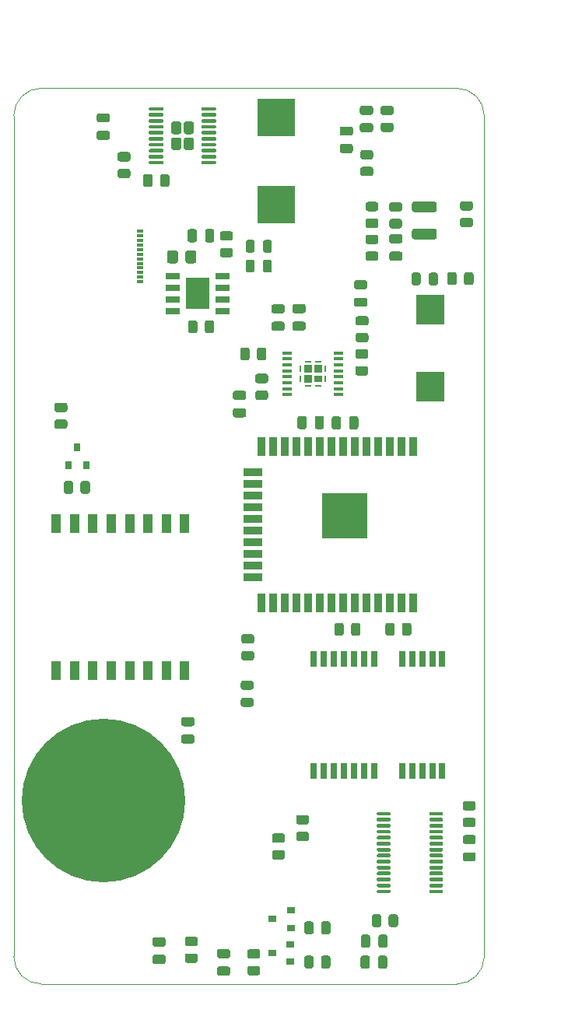
<source format=gbr>
%TF.GenerationSoftware,KiCad,Pcbnew,(5.1.10)-1*%
%TF.CreationDate,2021-09-02T16:56:43-04:00*%
%TF.ProjectId,buoy-c,62756f79-2d63-42e6-9b69-6361645f7063,1.0*%
%TF.SameCoordinates,Original*%
%TF.FileFunction,Paste,Top*%
%TF.FilePolarity,Positive*%
%FSLAX46Y46*%
G04 Gerber Fmt 4.6, Leading zero omitted, Abs format (unit mm)*
G04 Created by KiCad (PCBNEW (5.1.10)-1) date 2021-09-02 16:56:43*
%MOMM*%
%LPD*%
G01*
G04 APERTURE LIST*
%TA.AperFunction,Profile*%
%ADD10C,0.050000*%
%TD*%
%ADD11C,17.800000*%
%ADD12R,0.800000X1.800000*%
%ADD13R,4.100000X4.100000*%
%ADD14R,3.050000X3.300000*%
%ADD15R,0.700000X0.350000*%
%ADD16R,0.900000X2.000000*%
%ADD17R,2.000000X0.900000*%
%ADD18R,5.000000X5.000000*%
%ADD19R,0.800000X0.900000*%
%ADD20R,0.900000X0.800000*%
%ADD21R,2.513000X3.402000*%
%ADD22R,1.525000X0.700000*%
%ADD23R,1.050000X0.450000*%
%ADD24R,0.850000X0.850000*%
%ADD25R,0.850000X0.800000*%
%ADD26R,0.800000X0.250000*%
%ADD27R,0.250000X0.800000*%
%ADD28R,1.000000X2.000000*%
G04 APERTURE END LIST*
D10*
X151750000Y-194500000D02*
G75*
G02*
X148750000Y-197500000I-3000000J0D01*
G01*
X148750000Y-100000000D02*
G75*
G02*
X151750000Y-103000000I0J-3000000D01*
G01*
X103550000Y-197500000D02*
G75*
G02*
X100550000Y-194500000I0J3000000D01*
G01*
X100550000Y-103000000D02*
G75*
G02*
X103550000Y-100000000I3000000J0D01*
G01*
X103550000Y-197500000D02*
X148750000Y-197500000D01*
X103550000Y-100000000D02*
X148750000Y-100000000D01*
X151750000Y-103000000D02*
X151750000Y-194500000D01*
X100550000Y-103000000D02*
X100550000Y-194500000D01*
%TO.C,C14*%
G36*
G01*
X128828780Y-123510380D02*
X129778780Y-123510380D01*
G75*
G02*
X130028780Y-123760380I0J-250000D01*
G01*
X130028780Y-124260380D01*
G75*
G02*
X129778780Y-124510380I-250000J0D01*
G01*
X128828780Y-124510380D01*
G75*
G02*
X128578780Y-124260380I0J250000D01*
G01*
X128578780Y-123760380D01*
G75*
G02*
X128828780Y-123510380I250000J0D01*
G01*
G37*
G36*
G01*
X128828780Y-125410380D02*
X129778780Y-125410380D01*
G75*
G02*
X130028780Y-125660380I0J-250000D01*
G01*
X130028780Y-126160380D01*
G75*
G02*
X129778780Y-126410380I-250000J0D01*
G01*
X128828780Y-126410380D01*
G75*
G02*
X128578780Y-126160380I0J250000D01*
G01*
X128578780Y-125660380D01*
G75*
G02*
X128828780Y-125410380I250000J0D01*
G01*
G37*
%TD*%
D11*
%TO.C,J2*%
X110322360Y-177492660D03*
%TD*%
%TO.C,R33*%
G36*
G01*
X141625741Y-102939900D02*
X140725739Y-102939900D01*
G75*
G02*
X140475740Y-102689901I0J249999D01*
G01*
X140475740Y-102164899D01*
G75*
G02*
X140725739Y-101914900I249999J0D01*
G01*
X141625741Y-101914900D01*
G75*
G02*
X141875740Y-102164899I0J-249999D01*
G01*
X141875740Y-102689901D01*
G75*
G02*
X141625741Y-102939900I-249999J0D01*
G01*
G37*
G36*
G01*
X141625741Y-104764900D02*
X140725739Y-104764900D01*
G75*
G02*
X140475740Y-104514901I0J249999D01*
G01*
X140475740Y-103989899D01*
G75*
G02*
X140725739Y-103739900I249999J0D01*
G01*
X141625741Y-103739900D01*
G75*
G02*
X141875740Y-103989899I0J-249999D01*
G01*
X141875740Y-104514901D01*
G75*
G02*
X141625741Y-104764900I-249999J0D01*
G01*
G37*
%TD*%
%TO.C,R32*%
G36*
G01*
X149356659Y-114115800D02*
X150256661Y-114115800D01*
G75*
G02*
X150506660Y-114365799I0J-249999D01*
G01*
X150506660Y-114890801D01*
G75*
G02*
X150256661Y-115140800I-249999J0D01*
G01*
X149356659Y-115140800D01*
G75*
G02*
X149106660Y-114890801I0J249999D01*
G01*
X149106660Y-114365799D01*
G75*
G02*
X149356659Y-114115800I249999J0D01*
G01*
G37*
G36*
G01*
X149356659Y-112290800D02*
X150256661Y-112290800D01*
G75*
G02*
X150506660Y-112540799I0J-249999D01*
G01*
X150506660Y-113065801D01*
G75*
G02*
X150256661Y-113315800I-249999J0D01*
G01*
X149356659Y-113315800D01*
G75*
G02*
X149106660Y-113065801I0J249999D01*
G01*
X149106660Y-112540799D01*
G75*
G02*
X149356659Y-112290800I249999J0D01*
G01*
G37*
%TD*%
%TO.C,R34*%
G36*
G01*
X125560119Y-161250020D02*
X126460121Y-161250020D01*
G75*
G02*
X126710120Y-161500019I0J-249999D01*
G01*
X126710120Y-162025021D01*
G75*
G02*
X126460121Y-162275020I-249999J0D01*
G01*
X125560119Y-162275020D01*
G75*
G02*
X125310120Y-162025021I0J249999D01*
G01*
X125310120Y-161500019D01*
G75*
G02*
X125560119Y-161250020I249999J0D01*
G01*
G37*
G36*
G01*
X125560119Y-159425020D02*
X126460121Y-159425020D01*
G75*
G02*
X126710120Y-159675019I0J-249999D01*
G01*
X126710120Y-160200021D01*
G75*
G02*
X126460121Y-160450020I-249999J0D01*
G01*
X125560119Y-160450020D01*
G75*
G02*
X125310120Y-160200021I0J249999D01*
G01*
X125310120Y-159675019D01*
G75*
G02*
X125560119Y-159425020I249999J0D01*
G01*
G37*
%TD*%
%TO.C,D8*%
G36*
G01*
X126404690Y-165462800D02*
X125492190Y-165462800D01*
G75*
G02*
X125248440Y-165219050I0J243750D01*
G01*
X125248440Y-164731550D01*
G75*
G02*
X125492190Y-164487800I243750J0D01*
G01*
X126404690Y-164487800D01*
G75*
G02*
X126648440Y-164731550I0J-243750D01*
G01*
X126648440Y-165219050D01*
G75*
G02*
X126404690Y-165462800I-243750J0D01*
G01*
G37*
G36*
G01*
X126404690Y-167337800D02*
X125492190Y-167337800D01*
G75*
G02*
X125248440Y-167094050I0J243750D01*
G01*
X125248440Y-166606550D01*
G75*
G02*
X125492190Y-166362800I243750J0D01*
G01*
X126404690Y-166362800D01*
G75*
G02*
X126648440Y-166606550I0J-243750D01*
G01*
X126648440Y-167094050D01*
G75*
G02*
X126404690Y-167337800I-243750J0D01*
G01*
G37*
%TD*%
D12*
%TO.C,U1*%
X133185140Y-174314040D03*
X134285140Y-174314040D03*
X135385140Y-174314040D03*
X136485140Y-174314040D03*
X137585140Y-174314040D03*
X138685140Y-174314040D03*
X139785140Y-174314040D03*
X142785140Y-174314040D03*
X143885140Y-174314040D03*
X144985140Y-174314040D03*
X146085140Y-174314040D03*
X147185140Y-174314040D03*
X147185140Y-162114040D03*
X146085140Y-162114040D03*
X144985140Y-162114040D03*
X143885140Y-162114040D03*
X142785140Y-162114040D03*
X139785140Y-162114040D03*
X138685140Y-162114040D03*
X137585140Y-162114040D03*
X136485140Y-162114040D03*
X135385140Y-162114040D03*
X134285140Y-162114040D03*
X133185140Y-162114040D03*
%TD*%
D13*
%TO.C,L1*%
X129113280Y-112669520D03*
X129113280Y-103169520D03*
%TD*%
D14*
%TO.C,L2*%
X145897600Y-124082700D03*
X145897600Y-132482700D03*
%TD*%
D15*
%TO.C,J1*%
X114314020Y-115570820D03*
X114314020Y-116070820D03*
X114314020Y-116570820D03*
X114314020Y-117070820D03*
X114314020Y-117570820D03*
X114314020Y-118070820D03*
X114314020Y-118570820D03*
X114314020Y-119070820D03*
X114314020Y-119570820D03*
X114314020Y-120070820D03*
X114314020Y-120570820D03*
X114314020Y-121070820D03*
%TD*%
D16*
%TO.C,U4*%
X144041600Y-139030300D03*
X142771600Y-139030300D03*
X141501600Y-139030300D03*
X140231600Y-139030300D03*
X138961600Y-139030300D03*
X137691600Y-139030300D03*
X136421600Y-139030300D03*
X135151600Y-139030300D03*
X133881600Y-139030300D03*
X132611600Y-139030300D03*
X131341600Y-139030300D03*
X130071600Y-139030300D03*
X128801600Y-139030300D03*
X127531600Y-139030300D03*
D17*
X126531600Y-141815300D03*
X126531600Y-143085300D03*
X126531600Y-144355300D03*
X126531600Y-145625300D03*
X126531600Y-146895300D03*
X126531600Y-148165300D03*
X126531600Y-149435300D03*
X126531600Y-150705300D03*
X126531600Y-151975300D03*
X126531600Y-153245300D03*
D16*
X127531600Y-156030300D03*
X128801600Y-156030300D03*
X130071600Y-156030300D03*
X131341600Y-156030300D03*
X132611600Y-156030300D03*
X133881600Y-156030300D03*
X135151600Y-156030300D03*
X136421600Y-156030300D03*
X137691600Y-156030300D03*
X138961600Y-156030300D03*
X140231600Y-156030300D03*
X141501600Y-156030300D03*
X142771600Y-156030300D03*
X144041600Y-156030300D03*
D18*
X136541600Y-146530300D03*
%TD*%
%TO.C,C1*%
G36*
G01*
X109811800Y-102735720D02*
X110761800Y-102735720D01*
G75*
G02*
X111011800Y-102985720I0J-250000D01*
G01*
X111011800Y-103485720D01*
G75*
G02*
X110761800Y-103735720I-250000J0D01*
G01*
X109811800Y-103735720D01*
G75*
G02*
X109561800Y-103485720I0J250000D01*
G01*
X109561800Y-102985720D01*
G75*
G02*
X109811800Y-102735720I250000J0D01*
G01*
G37*
G36*
G01*
X109811800Y-104635720D02*
X110761800Y-104635720D01*
G75*
G02*
X111011800Y-104885720I0J-250000D01*
G01*
X111011800Y-105385720D01*
G75*
G02*
X110761800Y-105635720I-250000J0D01*
G01*
X109811800Y-105635720D01*
G75*
G02*
X109561800Y-105385720I0J250000D01*
G01*
X109561800Y-104885720D01*
G75*
G02*
X109811800Y-104635720I250000J0D01*
G01*
G37*
%TD*%
%TO.C,C2*%
G36*
G01*
X119014220Y-168440440D02*
X119964220Y-168440440D01*
G75*
G02*
X120214220Y-168690440I0J-250000D01*
G01*
X120214220Y-169190440D01*
G75*
G02*
X119964220Y-169440440I-250000J0D01*
G01*
X119014220Y-169440440D01*
G75*
G02*
X118764220Y-169190440I0J250000D01*
G01*
X118764220Y-168690440D01*
G75*
G02*
X119014220Y-168440440I250000J0D01*
G01*
G37*
G36*
G01*
X119014220Y-170340440D02*
X119964220Y-170340440D01*
G75*
G02*
X120214220Y-170590440I0J-250000D01*
G01*
X120214220Y-171090440D01*
G75*
G02*
X119964220Y-171340440I-250000J0D01*
G01*
X119014220Y-171340440D01*
G75*
G02*
X118764220Y-171090440I0J250000D01*
G01*
X118764220Y-170590440D01*
G75*
G02*
X119014220Y-170340440I250000J0D01*
G01*
G37*
%TD*%
%TO.C,C3*%
G36*
G01*
X122366700Y-115582680D02*
X122366700Y-116532680D01*
G75*
G02*
X122116700Y-116782680I-250000J0D01*
G01*
X121616700Y-116782680D01*
G75*
G02*
X121366700Y-116532680I0J250000D01*
G01*
X121366700Y-115582680D01*
G75*
G02*
X121616700Y-115332680I250000J0D01*
G01*
X122116700Y-115332680D01*
G75*
G02*
X122366700Y-115582680I0J-250000D01*
G01*
G37*
G36*
G01*
X120466700Y-115582680D02*
X120466700Y-116532680D01*
G75*
G02*
X120216700Y-116782680I-250000J0D01*
G01*
X119716700Y-116782680D01*
G75*
G02*
X119466700Y-116532680I0J250000D01*
G01*
X119466700Y-115582680D01*
G75*
G02*
X119716700Y-115332680I250000J0D01*
G01*
X120216700Y-115332680D01*
G75*
G02*
X120466700Y-115582680I0J-250000D01*
G01*
G37*
%TD*%
%TO.C,C4*%
G36*
G01*
X136260820Y-104170820D02*
X137210820Y-104170820D01*
G75*
G02*
X137460820Y-104420820I0J-250000D01*
G01*
X137460820Y-104920820D01*
G75*
G02*
X137210820Y-105170820I-250000J0D01*
G01*
X136260820Y-105170820D01*
G75*
G02*
X136010820Y-104920820I0J250000D01*
G01*
X136010820Y-104420820D01*
G75*
G02*
X136260820Y-104170820I250000J0D01*
G01*
G37*
G36*
G01*
X136260820Y-106070820D02*
X137210820Y-106070820D01*
G75*
G02*
X137460820Y-106320820I0J-250000D01*
G01*
X137460820Y-106820820D01*
G75*
G02*
X137210820Y-107070820I-250000J0D01*
G01*
X136260820Y-107070820D01*
G75*
G02*
X136010820Y-106820820I0J250000D01*
G01*
X136010820Y-106320820D01*
G75*
G02*
X136260820Y-106070820I250000J0D01*
G01*
G37*
%TD*%
%TO.C,C5*%
G36*
G01*
X138455380Y-103802600D02*
X139405380Y-103802600D01*
G75*
G02*
X139655380Y-104052600I0J-250000D01*
G01*
X139655380Y-104552600D01*
G75*
G02*
X139405380Y-104802600I-250000J0D01*
G01*
X138455380Y-104802600D01*
G75*
G02*
X138205380Y-104552600I0J250000D01*
G01*
X138205380Y-104052600D01*
G75*
G02*
X138455380Y-103802600I250000J0D01*
G01*
G37*
G36*
G01*
X138455380Y-101902600D02*
X139405380Y-101902600D01*
G75*
G02*
X139655380Y-102152600I0J-250000D01*
G01*
X139655380Y-102652600D01*
G75*
G02*
X139405380Y-102902600I-250000J0D01*
G01*
X138455380Y-102902600D01*
G75*
G02*
X138205380Y-102652600I0J250000D01*
G01*
X138205380Y-102152600D01*
G75*
G02*
X138455380Y-101902600I250000J0D01*
G01*
G37*
%TD*%
%TO.C,C6*%
G36*
G01*
X141655780Y-117790380D02*
X142605780Y-117790380D01*
G75*
G02*
X142855780Y-118040380I0J-250000D01*
G01*
X142855780Y-118540380D01*
G75*
G02*
X142605780Y-118790380I-250000J0D01*
G01*
X141655780Y-118790380D01*
G75*
G02*
X141405780Y-118540380I0J250000D01*
G01*
X141405780Y-118040380D01*
G75*
G02*
X141655780Y-117790380I250000J0D01*
G01*
G37*
G36*
G01*
X141655780Y-115890380D02*
X142605780Y-115890380D01*
G75*
G02*
X142855780Y-116140380I0J-250000D01*
G01*
X142855780Y-116640380D01*
G75*
G02*
X142605780Y-116890380I-250000J0D01*
G01*
X141655780Y-116890380D01*
G75*
G02*
X141405780Y-116640380I0J250000D01*
G01*
X141405780Y-116140380D01*
G75*
G02*
X141655780Y-115890380I250000J0D01*
G01*
G37*
%TD*%
%TO.C,C7*%
G36*
G01*
X137817840Y-120894180D02*
X138767840Y-120894180D01*
G75*
G02*
X139017840Y-121144180I0J-250000D01*
G01*
X139017840Y-121644180D01*
G75*
G02*
X138767840Y-121894180I-250000J0D01*
G01*
X137817840Y-121894180D01*
G75*
G02*
X137567840Y-121644180I0J250000D01*
G01*
X137567840Y-121144180D01*
G75*
G02*
X137817840Y-120894180I250000J0D01*
G01*
G37*
G36*
G01*
X137817840Y-122794180D02*
X138767840Y-122794180D01*
G75*
G02*
X139017840Y-123044180I0J-250000D01*
G01*
X139017840Y-123544180D01*
G75*
G02*
X138767840Y-123794180I-250000J0D01*
G01*
X137817840Y-123794180D01*
G75*
G02*
X137567840Y-123544180I0J250000D01*
G01*
X137567840Y-123044180D01*
G75*
G02*
X137817840Y-122794180I250000J0D01*
G01*
G37*
%TD*%
%TO.C,C8*%
G36*
G01*
X144132119Y-112341440D02*
X146332121Y-112341440D01*
G75*
G02*
X146582120Y-112591439I0J-249999D01*
G01*
X146582120Y-113241441D01*
G75*
G02*
X146332121Y-113491440I-249999J0D01*
G01*
X144132119Y-113491440D01*
G75*
G02*
X143882120Y-113241441I0J249999D01*
G01*
X143882120Y-112591439D01*
G75*
G02*
X144132119Y-112341440I249999J0D01*
G01*
G37*
G36*
G01*
X144132119Y-115291440D02*
X146332121Y-115291440D01*
G75*
G02*
X146582120Y-115541439I0J-249999D01*
G01*
X146582120Y-116191441D01*
G75*
G02*
X146332121Y-116441440I-249999J0D01*
G01*
X144132119Y-116441440D01*
G75*
G02*
X143882120Y-116191441I0J249999D01*
G01*
X143882120Y-115541439D01*
G75*
G02*
X144132119Y-115291440I249999J0D01*
G01*
G37*
%TD*%
%TO.C,C9*%
G36*
G01*
X139288100Y-194642720D02*
X139288100Y-195592720D01*
G75*
G02*
X139038100Y-195842720I-250000J0D01*
G01*
X138538100Y-195842720D01*
G75*
G02*
X138288100Y-195592720I0J250000D01*
G01*
X138288100Y-194642720D01*
G75*
G02*
X138538100Y-194392720I250000J0D01*
G01*
X139038100Y-194392720D01*
G75*
G02*
X139288100Y-194642720I0J-250000D01*
G01*
G37*
G36*
G01*
X141188100Y-194642720D02*
X141188100Y-195592720D01*
G75*
G02*
X140938100Y-195842720I-250000J0D01*
G01*
X140438100Y-195842720D01*
G75*
G02*
X140188100Y-195592720I0J250000D01*
G01*
X140188100Y-194642720D01*
G75*
G02*
X140438100Y-194392720I250000J0D01*
G01*
X140938100Y-194392720D01*
G75*
G02*
X141188100Y-194642720I0J-250000D01*
G01*
G37*
%TD*%
%TO.C,C11*%
G36*
G01*
X141221120Y-192361800D02*
X141221120Y-193311800D01*
G75*
G02*
X140971120Y-193561800I-250000J0D01*
G01*
X140471120Y-193561800D01*
G75*
G02*
X140221120Y-193311800I0J250000D01*
G01*
X140221120Y-192361800D01*
G75*
G02*
X140471120Y-192111800I250000J0D01*
G01*
X140971120Y-192111800D01*
G75*
G02*
X141221120Y-192361800I0J-250000D01*
G01*
G37*
G36*
G01*
X139321120Y-192361800D02*
X139321120Y-193311800D01*
G75*
G02*
X139071120Y-193561800I-250000J0D01*
G01*
X138571120Y-193561800D01*
G75*
G02*
X138321120Y-193311800I0J250000D01*
G01*
X138321120Y-192361800D01*
G75*
G02*
X138571120Y-192111800I250000J0D01*
G01*
X139071120Y-192111800D01*
G75*
G02*
X139321120Y-192361800I0J-250000D01*
G01*
G37*
%TD*%
%TO.C,C13*%
G36*
G01*
X131114780Y-125392600D02*
X132064780Y-125392600D01*
G75*
G02*
X132314780Y-125642600I0J-250000D01*
G01*
X132314780Y-126142600D01*
G75*
G02*
X132064780Y-126392600I-250000J0D01*
G01*
X131114780Y-126392600D01*
G75*
G02*
X130864780Y-126142600I0J250000D01*
G01*
X130864780Y-125642600D01*
G75*
G02*
X131114780Y-125392600I250000J0D01*
G01*
G37*
G36*
G01*
X131114780Y-123492600D02*
X132064780Y-123492600D01*
G75*
G02*
X132314780Y-123742600I0J-250000D01*
G01*
X132314780Y-124242600D01*
G75*
G02*
X132064780Y-124492600I-250000J0D01*
G01*
X131114780Y-124492600D01*
G75*
G02*
X130864780Y-124242600I0J250000D01*
G01*
X130864780Y-123742600D01*
G75*
G02*
X131114780Y-123492600I250000J0D01*
G01*
G37*
%TD*%
%TO.C,C16*%
G36*
G01*
X115890020Y-192415500D02*
X116840020Y-192415500D01*
G75*
G02*
X117090020Y-192665500I0J-250000D01*
G01*
X117090020Y-193165500D01*
G75*
G02*
X116840020Y-193415500I-250000J0D01*
G01*
X115890020Y-193415500D01*
G75*
G02*
X115640020Y-193165500I0J250000D01*
G01*
X115640020Y-192665500D01*
G75*
G02*
X115890020Y-192415500I250000J0D01*
G01*
G37*
G36*
G01*
X115890020Y-194315500D02*
X116840020Y-194315500D01*
G75*
G02*
X117090020Y-194565500I0J-250000D01*
G01*
X117090020Y-195065500D01*
G75*
G02*
X116840020Y-195315500I-250000J0D01*
G01*
X115890020Y-195315500D01*
G75*
G02*
X115640020Y-195065500I0J250000D01*
G01*
X115640020Y-194565500D01*
G75*
G02*
X115890020Y-194315500I250000J0D01*
G01*
G37*
%TD*%
%TO.C,C17*%
G36*
G01*
X124640320Y-134828700D02*
X125590320Y-134828700D01*
G75*
G02*
X125840320Y-135078700I0J-250000D01*
G01*
X125840320Y-135578700D01*
G75*
G02*
X125590320Y-135828700I-250000J0D01*
G01*
X124640320Y-135828700D01*
G75*
G02*
X124390320Y-135578700I0J250000D01*
G01*
X124390320Y-135078700D01*
G75*
G02*
X124640320Y-134828700I250000J0D01*
G01*
G37*
G36*
G01*
X124640320Y-132928700D02*
X125590320Y-132928700D01*
G75*
G02*
X125840320Y-133178700I0J-250000D01*
G01*
X125840320Y-133678700D01*
G75*
G02*
X125590320Y-133928700I-250000J0D01*
G01*
X124640320Y-133928700D01*
G75*
G02*
X124390320Y-133678700I0J250000D01*
G01*
X124390320Y-133178700D01*
G75*
G02*
X124640320Y-132928700I250000J0D01*
G01*
G37*
%TD*%
%TO.C,C18*%
G36*
G01*
X122913120Y-195588040D02*
X123863120Y-195588040D01*
G75*
G02*
X124113120Y-195838040I0J-250000D01*
G01*
X124113120Y-196338040D01*
G75*
G02*
X123863120Y-196588040I-250000J0D01*
G01*
X122913120Y-196588040D01*
G75*
G02*
X122663120Y-196338040I0J250000D01*
G01*
X122663120Y-195838040D01*
G75*
G02*
X122913120Y-195588040I250000J0D01*
G01*
G37*
G36*
G01*
X122913120Y-193688040D02*
X123863120Y-193688040D01*
G75*
G02*
X124113120Y-193938040I0J-250000D01*
G01*
X124113120Y-194438040D01*
G75*
G02*
X123863120Y-194688040I-250000J0D01*
G01*
X122913120Y-194688040D01*
G75*
G02*
X122663120Y-194438040I0J250000D01*
G01*
X122663120Y-193938040D01*
G75*
G02*
X122913120Y-193688040I250000J0D01*
G01*
G37*
%TD*%
%TO.C,D1*%
G36*
G01*
X125788360Y-117672170D02*
X125788360Y-116759670D01*
G75*
G02*
X126032110Y-116515920I243750J0D01*
G01*
X126519610Y-116515920D01*
G75*
G02*
X126763360Y-116759670I0J-243750D01*
G01*
X126763360Y-117672170D01*
G75*
G02*
X126519610Y-117915920I-243750J0D01*
G01*
X126032110Y-117915920D01*
G75*
G02*
X125788360Y-117672170I0J243750D01*
G01*
G37*
G36*
G01*
X127663360Y-117672170D02*
X127663360Y-116759670D01*
G75*
G02*
X127907110Y-116515920I243750J0D01*
G01*
X128394610Y-116515920D01*
G75*
G02*
X128638360Y-116759670I0J-243750D01*
G01*
X128638360Y-117672170D01*
G75*
G02*
X128394610Y-117915920I-243750J0D01*
G01*
X127907110Y-117915920D01*
G75*
G02*
X127663360Y-117672170I0J243750D01*
G01*
G37*
%TD*%
%TO.C,D2*%
G36*
G01*
X127665900Y-119823550D02*
X127665900Y-118911050D01*
G75*
G02*
X127909650Y-118667300I243750J0D01*
G01*
X128397150Y-118667300D01*
G75*
G02*
X128640900Y-118911050I0J-243750D01*
G01*
X128640900Y-119823550D01*
G75*
G02*
X128397150Y-120067300I-243750J0D01*
G01*
X127909650Y-120067300D01*
G75*
G02*
X127665900Y-119823550I0J243750D01*
G01*
G37*
G36*
G01*
X125790900Y-119823550D02*
X125790900Y-118911050D01*
G75*
G02*
X126034650Y-118667300I243750J0D01*
G01*
X126522150Y-118667300D01*
G75*
G02*
X126765900Y-118911050I0J-243750D01*
G01*
X126765900Y-119823550D01*
G75*
G02*
X126522150Y-120067300I-243750J0D01*
G01*
X126034650Y-120067300D01*
G75*
G02*
X125790900Y-119823550I0J243750D01*
G01*
G37*
%TD*%
%TO.C,D4*%
G36*
G01*
X150575330Y-184139900D02*
X149662830Y-184139900D01*
G75*
G02*
X149419080Y-183896150I0J243750D01*
G01*
X149419080Y-183408650D01*
G75*
G02*
X149662830Y-183164900I243750J0D01*
G01*
X150575330Y-183164900D01*
G75*
G02*
X150819080Y-183408650I0J-243750D01*
G01*
X150819080Y-183896150D01*
G75*
G02*
X150575330Y-184139900I-243750J0D01*
G01*
G37*
G36*
G01*
X150575330Y-182264900D02*
X149662830Y-182264900D01*
G75*
G02*
X149419080Y-182021150I0J243750D01*
G01*
X149419080Y-181533650D01*
G75*
G02*
X149662830Y-181289900I243750J0D01*
G01*
X150575330Y-181289900D01*
G75*
G02*
X150819080Y-181533650I0J-243750D01*
G01*
X150819080Y-182021150D01*
G75*
G02*
X150575330Y-182264900I-243750J0D01*
G01*
G37*
%TD*%
%TO.C,D5*%
G36*
G01*
X143847760Y-121218010D02*
X143847760Y-120305510D01*
G75*
G02*
X144091510Y-120061760I243750J0D01*
G01*
X144579010Y-120061760D01*
G75*
G02*
X144822760Y-120305510I0J-243750D01*
G01*
X144822760Y-121218010D01*
G75*
G02*
X144579010Y-121461760I-243750J0D01*
G01*
X144091510Y-121461760D01*
G75*
G02*
X143847760Y-121218010I0J243750D01*
G01*
G37*
G36*
G01*
X145722760Y-121218010D02*
X145722760Y-120305510D01*
G75*
G02*
X145966510Y-120061760I243750J0D01*
G01*
X146454010Y-120061760D01*
G75*
G02*
X146697760Y-120305510I0J-243750D01*
G01*
X146697760Y-121218010D01*
G75*
G02*
X146454010Y-121461760I-243750J0D01*
G01*
X145966510Y-121461760D01*
G75*
G02*
X145722760Y-121218010I0J243750D01*
G01*
G37*
%TD*%
D19*
%TO.C,Q1*%
X106509780Y-141063220D03*
X108409780Y-141063220D03*
X107459780Y-139063220D03*
%TD*%
D20*
%TO.C,Q2*%
X130677160Y-191383960D03*
X130677160Y-189483960D03*
X128677160Y-190433960D03*
%TD*%
%TO.C,Q3*%
X128674620Y-194124580D03*
X130674620Y-193174580D03*
X130674620Y-195074580D03*
%TD*%
%TO.C,R1*%
G36*
G01*
X116452600Y-110498041D02*
X116452600Y-109598039D01*
G75*
G02*
X116702599Y-109348040I249999J0D01*
G01*
X117227601Y-109348040D01*
G75*
G02*
X117477600Y-109598039I0J-249999D01*
G01*
X117477600Y-110498041D01*
G75*
G02*
X117227601Y-110748040I-249999J0D01*
G01*
X116702599Y-110748040D01*
G75*
G02*
X116452600Y-110498041I0J249999D01*
G01*
G37*
G36*
G01*
X114627600Y-110498041D02*
X114627600Y-109598039D01*
G75*
G02*
X114877599Y-109348040I249999J0D01*
G01*
X115402601Y-109348040D01*
G75*
G02*
X115652600Y-109598039I0J-249999D01*
G01*
X115652600Y-110498041D01*
G75*
G02*
X115402601Y-110748040I-249999J0D01*
G01*
X114877599Y-110748040D01*
G75*
G02*
X114627600Y-110498041I0J249999D01*
G01*
G37*
%TD*%
%TO.C,R2*%
G36*
G01*
X112084699Y-108774180D02*
X112984701Y-108774180D01*
G75*
G02*
X113234700Y-109024179I0J-249999D01*
G01*
X113234700Y-109549181D01*
G75*
G02*
X112984701Y-109799180I-249999J0D01*
G01*
X112084699Y-109799180D01*
G75*
G02*
X111834700Y-109549181I0J249999D01*
G01*
X111834700Y-109024179D01*
G75*
G02*
X112084699Y-108774180I249999J0D01*
G01*
G37*
G36*
G01*
X112084699Y-106949180D02*
X112984701Y-106949180D01*
G75*
G02*
X113234700Y-107199179I0J-249999D01*
G01*
X113234700Y-107724181D01*
G75*
G02*
X112984701Y-107974180I-249999J0D01*
G01*
X112084699Y-107974180D01*
G75*
G02*
X111834700Y-107724181I0J249999D01*
G01*
X111834700Y-107199179D01*
G75*
G02*
X112084699Y-106949180I249999J0D01*
G01*
G37*
%TD*%
%TO.C,R3*%
G36*
G01*
X119509480Y-126418761D02*
X119509480Y-125518759D01*
G75*
G02*
X119759479Y-125268760I249999J0D01*
G01*
X120284481Y-125268760D01*
G75*
G02*
X120534480Y-125518759I0J-249999D01*
G01*
X120534480Y-126418761D01*
G75*
G02*
X120284481Y-126668760I-249999J0D01*
G01*
X119759479Y-126668760D01*
G75*
G02*
X119509480Y-126418761I0J249999D01*
G01*
G37*
G36*
G01*
X121334480Y-126418761D02*
X121334480Y-125518759D01*
G75*
G02*
X121584479Y-125268760I249999J0D01*
G01*
X122109481Y-125268760D01*
G75*
G02*
X122359480Y-125518759I0J-249999D01*
G01*
X122359480Y-126418761D01*
G75*
G02*
X122109481Y-126668760I-249999J0D01*
G01*
X121584479Y-126668760D01*
G75*
G02*
X121334480Y-126418761I0J249999D01*
G01*
G37*
%TD*%
%TO.C,R5*%
G36*
G01*
X123247999Y-117387320D02*
X124148001Y-117387320D01*
G75*
G02*
X124398000Y-117637319I0J-249999D01*
G01*
X124398000Y-118162321D01*
G75*
G02*
X124148001Y-118412320I-249999J0D01*
G01*
X123247999Y-118412320D01*
G75*
G02*
X122998000Y-118162321I0J249999D01*
G01*
X122998000Y-117637319D01*
G75*
G02*
X123247999Y-117387320I249999J0D01*
G01*
G37*
G36*
G01*
X123247999Y-115562320D02*
X124148001Y-115562320D01*
G75*
G02*
X124398000Y-115812319I0J-249999D01*
G01*
X124398000Y-116337321D01*
G75*
G02*
X124148001Y-116587320I-249999J0D01*
G01*
X123247999Y-116587320D01*
G75*
G02*
X122998000Y-116337321I0J249999D01*
G01*
X122998000Y-115812319D01*
G75*
G02*
X123247999Y-115562320I249999J0D01*
G01*
G37*
%TD*%
%TO.C,R7*%
G36*
G01*
X138508319Y-106728200D02*
X139408321Y-106728200D01*
G75*
G02*
X139658320Y-106978199I0J-249999D01*
G01*
X139658320Y-107503201D01*
G75*
G02*
X139408321Y-107753200I-249999J0D01*
G01*
X138508319Y-107753200D01*
G75*
G02*
X138258320Y-107503201I0J249999D01*
G01*
X138258320Y-106978199D01*
G75*
G02*
X138508319Y-106728200I249999J0D01*
G01*
G37*
G36*
G01*
X138508319Y-108553200D02*
X139408321Y-108553200D01*
G75*
G02*
X139658320Y-108803199I0J-249999D01*
G01*
X139658320Y-109328201D01*
G75*
G02*
X139408321Y-109578200I-249999J0D01*
G01*
X138508319Y-109578200D01*
G75*
G02*
X138258320Y-109328201I0J249999D01*
G01*
X138258320Y-108803199D01*
G75*
G02*
X138508319Y-108553200I249999J0D01*
G01*
G37*
%TD*%
%TO.C,R8*%
G36*
G01*
X139072199Y-114194540D02*
X139972201Y-114194540D01*
G75*
G02*
X140222200Y-114444539I0J-249999D01*
G01*
X140222200Y-114969541D01*
G75*
G02*
X139972201Y-115219540I-249999J0D01*
G01*
X139072199Y-115219540D01*
G75*
G02*
X138822200Y-114969541I0J249999D01*
G01*
X138822200Y-114444539D01*
G75*
G02*
X139072199Y-114194540I249999J0D01*
G01*
G37*
G36*
G01*
X139072199Y-112369540D02*
X139972201Y-112369540D01*
G75*
G02*
X140222200Y-112619539I0J-249999D01*
G01*
X140222200Y-113144541D01*
G75*
G02*
X139972201Y-113394540I-249999J0D01*
G01*
X139072199Y-113394540D01*
G75*
G02*
X138822200Y-113144541I0J249999D01*
G01*
X138822200Y-112619539D01*
G75*
G02*
X139072199Y-112369540I249999J0D01*
G01*
G37*
%TD*%
%TO.C,R9*%
G36*
G01*
X139077279Y-115940780D02*
X139977281Y-115940780D01*
G75*
G02*
X140227280Y-116190779I0J-249999D01*
G01*
X140227280Y-116715781D01*
G75*
G02*
X139977281Y-116965780I-249999J0D01*
G01*
X139077279Y-116965780D01*
G75*
G02*
X138827280Y-116715781I0J249999D01*
G01*
X138827280Y-116190779D01*
G75*
G02*
X139077279Y-115940780I249999J0D01*
G01*
G37*
G36*
G01*
X139077279Y-117765780D02*
X139977281Y-117765780D01*
G75*
G02*
X140227280Y-118015779I0J-249999D01*
G01*
X140227280Y-118540781D01*
G75*
G02*
X139977281Y-118790780I-249999J0D01*
G01*
X139077279Y-118790780D01*
G75*
G02*
X138827280Y-118540781I0J249999D01*
G01*
X138827280Y-118015779D01*
G75*
G02*
X139077279Y-117765780I249999J0D01*
G01*
G37*
%TD*%
%TO.C,R10*%
G36*
G01*
X117223740Y-118814001D02*
X117223740Y-117913999D01*
G75*
G02*
X117473739Y-117664000I249999J0D01*
G01*
X118173741Y-117664000D01*
G75*
G02*
X118423740Y-117913999I0J-249999D01*
G01*
X118423740Y-118814001D01*
G75*
G02*
X118173741Y-119064000I-249999J0D01*
G01*
X117473739Y-119064000D01*
G75*
G02*
X117223740Y-118814001I0J249999D01*
G01*
G37*
G36*
G01*
X119223740Y-118814001D02*
X119223740Y-117913999D01*
G75*
G02*
X119473739Y-117664000I249999J0D01*
G01*
X120173741Y-117664000D01*
G75*
G02*
X120423740Y-117913999I0J-249999D01*
G01*
X120423740Y-118814001D01*
G75*
G02*
X120173741Y-119064000I-249999J0D01*
G01*
X119473739Y-119064000D01*
G75*
G02*
X119223740Y-118814001I0J249999D01*
G01*
G37*
%TD*%
%TO.C,R11*%
G36*
G01*
X141652839Y-112405100D02*
X142552841Y-112405100D01*
G75*
G02*
X142802840Y-112655099I0J-249999D01*
G01*
X142802840Y-113180101D01*
G75*
G02*
X142552841Y-113430100I-249999J0D01*
G01*
X141652839Y-113430100D01*
G75*
G02*
X141402840Y-113180101I0J249999D01*
G01*
X141402840Y-112655099D01*
G75*
G02*
X141652839Y-112405100I249999J0D01*
G01*
G37*
G36*
G01*
X141652839Y-114230100D02*
X142552841Y-114230100D01*
G75*
G02*
X142802840Y-114480099I0J-249999D01*
G01*
X142802840Y-115005101D01*
G75*
G02*
X142552841Y-115255100I-249999J0D01*
G01*
X141652839Y-115255100D01*
G75*
G02*
X141402840Y-115005101I0J249999D01*
G01*
X141402840Y-114480099D01*
G75*
G02*
X141652839Y-114230100I249999J0D01*
G01*
G37*
%TD*%
%TO.C,R12*%
G36*
G01*
X132418241Y-180127960D02*
X131518239Y-180127960D01*
G75*
G02*
X131268240Y-179877961I0J249999D01*
G01*
X131268240Y-179352959D01*
G75*
G02*
X131518239Y-179102960I249999J0D01*
G01*
X132418241Y-179102960D01*
G75*
G02*
X132668240Y-179352959I0J-249999D01*
G01*
X132668240Y-179877961D01*
G75*
G02*
X132418241Y-180127960I-249999J0D01*
G01*
G37*
G36*
G01*
X132418241Y-181952960D02*
X131518239Y-181952960D01*
G75*
G02*
X131268240Y-181702961I0J249999D01*
G01*
X131268240Y-181177959D01*
G75*
G02*
X131518239Y-180927960I249999J0D01*
G01*
X132418241Y-180927960D01*
G75*
G02*
X132668240Y-181177959I0J-249999D01*
G01*
X132668240Y-181702961D01*
G75*
G02*
X132418241Y-181952960I-249999J0D01*
G01*
G37*
%TD*%
%TO.C,R13*%
G36*
G01*
X129794421Y-183955120D02*
X128894419Y-183955120D01*
G75*
G02*
X128644420Y-183705121I0J249999D01*
G01*
X128644420Y-183180119D01*
G75*
G02*
X128894419Y-182930120I249999J0D01*
G01*
X129794421Y-182930120D01*
G75*
G02*
X130044420Y-183180119I0J-249999D01*
G01*
X130044420Y-183705121D01*
G75*
G02*
X129794421Y-183955120I-249999J0D01*
G01*
G37*
G36*
G01*
X129794421Y-182130120D02*
X128894419Y-182130120D01*
G75*
G02*
X128644420Y-181880121I0J249999D01*
G01*
X128644420Y-181355119D01*
G75*
G02*
X128894419Y-181105120I249999J0D01*
G01*
X129794421Y-181105120D01*
G75*
G02*
X130044420Y-181355119I0J-249999D01*
G01*
X130044420Y-181880121D01*
G75*
G02*
X129794421Y-182130120I-249999J0D01*
G01*
G37*
%TD*%
%TO.C,R14*%
G36*
G01*
X141340160Y-191059221D02*
X141340160Y-190159219D01*
G75*
G02*
X141590159Y-189909220I249999J0D01*
G01*
X142115161Y-189909220D01*
G75*
G02*
X142365160Y-190159219I0J-249999D01*
G01*
X142365160Y-191059221D01*
G75*
G02*
X142115161Y-191309220I-249999J0D01*
G01*
X141590159Y-191309220D01*
G75*
G02*
X141340160Y-191059221I0J249999D01*
G01*
G37*
G36*
G01*
X139515160Y-191059221D02*
X139515160Y-190159219D01*
G75*
G02*
X139765159Y-189909220I249999J0D01*
G01*
X140290161Y-189909220D01*
G75*
G02*
X140540160Y-190159219I0J-249999D01*
G01*
X140540160Y-191059221D01*
G75*
G02*
X140290161Y-191309220I-249999J0D01*
G01*
X139765159Y-191309220D01*
G75*
G02*
X139515160Y-191059221I0J249999D01*
G01*
G37*
%TD*%
%TO.C,R15*%
G36*
G01*
X105986520Y-143891421D02*
X105986520Y-142991419D01*
G75*
G02*
X106236519Y-142741420I249999J0D01*
G01*
X106761521Y-142741420D01*
G75*
G02*
X107011520Y-142991419I0J-249999D01*
G01*
X107011520Y-143891421D01*
G75*
G02*
X106761521Y-144141420I-249999J0D01*
G01*
X106236519Y-144141420D01*
G75*
G02*
X105986520Y-143891421I0J249999D01*
G01*
G37*
G36*
G01*
X107811520Y-143891421D02*
X107811520Y-142991419D01*
G75*
G02*
X108061519Y-142741420I249999J0D01*
G01*
X108586521Y-142741420D01*
G75*
G02*
X108836520Y-142991419I0J-249999D01*
G01*
X108836520Y-143891421D01*
G75*
G02*
X108586521Y-144141420I-249999J0D01*
G01*
X108061519Y-144141420D01*
G75*
G02*
X107811520Y-143891421I0J249999D01*
G01*
G37*
%TD*%
%TO.C,R16*%
G36*
G01*
X137252660Y-159342241D02*
X137252660Y-158442239D01*
G75*
G02*
X137502659Y-158192240I249999J0D01*
G01*
X138027661Y-158192240D01*
G75*
G02*
X138277660Y-158442239I0J-249999D01*
G01*
X138277660Y-159342241D01*
G75*
G02*
X138027661Y-159592240I-249999J0D01*
G01*
X137502659Y-159592240D01*
G75*
G02*
X137252660Y-159342241I0J249999D01*
G01*
G37*
G36*
G01*
X135427660Y-159342241D02*
X135427660Y-158442239D01*
G75*
G02*
X135677659Y-158192240I249999J0D01*
G01*
X136202661Y-158192240D01*
G75*
G02*
X136452660Y-158442239I0J-249999D01*
G01*
X136452660Y-159342241D01*
G75*
G02*
X136202661Y-159592240I-249999J0D01*
G01*
X135677659Y-159592240D01*
G75*
G02*
X135427660Y-159342241I0J249999D01*
G01*
G37*
%TD*%
%TO.C,R17*%
G36*
G01*
X105226699Y-134226240D02*
X106126701Y-134226240D01*
G75*
G02*
X106376700Y-134476239I0J-249999D01*
G01*
X106376700Y-135001241D01*
G75*
G02*
X106126701Y-135251240I-249999J0D01*
G01*
X105226699Y-135251240D01*
G75*
G02*
X104976700Y-135001241I0J249999D01*
G01*
X104976700Y-134476239D01*
G75*
G02*
X105226699Y-134226240I249999J0D01*
G01*
G37*
G36*
G01*
X105226699Y-136051240D02*
X106126701Y-136051240D01*
G75*
G02*
X106376700Y-136301239I0J-249999D01*
G01*
X106376700Y-136826241D01*
G75*
G02*
X106126701Y-137076240I-249999J0D01*
G01*
X105226699Y-137076240D01*
G75*
G02*
X104976700Y-136826241I0J249999D01*
G01*
X104976700Y-136301239D01*
G75*
G02*
X105226699Y-136051240I249999J0D01*
G01*
G37*
%TD*%
%TO.C,R18*%
G36*
G01*
X143821840Y-158434619D02*
X143821840Y-159334621D01*
G75*
G02*
X143571841Y-159584620I-249999J0D01*
G01*
X143046839Y-159584620D01*
G75*
G02*
X142796840Y-159334621I0J249999D01*
G01*
X142796840Y-158434619D01*
G75*
G02*
X143046839Y-158184620I249999J0D01*
G01*
X143571841Y-158184620D01*
G75*
G02*
X143821840Y-158434619I0J-249999D01*
G01*
G37*
G36*
G01*
X141996840Y-158434619D02*
X141996840Y-159334621D01*
G75*
G02*
X141746841Y-159584620I-249999J0D01*
G01*
X141221839Y-159584620D01*
G75*
G02*
X140971840Y-159334621I0J249999D01*
G01*
X140971840Y-158434619D01*
G75*
G02*
X141221839Y-158184620I249999J0D01*
G01*
X141746841Y-158184620D01*
G75*
G02*
X141996840Y-158434619I0J-249999D01*
G01*
G37*
%TD*%
%TO.C,R19*%
G36*
G01*
X138867301Y-129439720D02*
X137967299Y-129439720D01*
G75*
G02*
X137717300Y-129189721I0J249999D01*
G01*
X137717300Y-128664719D01*
G75*
G02*
X137967299Y-128414720I249999J0D01*
G01*
X138867301Y-128414720D01*
G75*
G02*
X139117300Y-128664719I0J-249999D01*
G01*
X139117300Y-129189721D01*
G75*
G02*
X138867301Y-129439720I-249999J0D01*
G01*
G37*
G36*
G01*
X138867301Y-131264720D02*
X137967299Y-131264720D01*
G75*
G02*
X137717300Y-131014721I0J249999D01*
G01*
X137717300Y-130489719D01*
G75*
G02*
X137967299Y-130239720I249999J0D01*
G01*
X138867301Y-130239720D01*
G75*
G02*
X139117300Y-130489719I0J-249999D01*
G01*
X139117300Y-131014721D01*
G75*
G02*
X138867301Y-131264720I-249999J0D01*
G01*
G37*
%TD*%
%TO.C,R20*%
G36*
G01*
X138895241Y-125830380D02*
X137995239Y-125830380D01*
G75*
G02*
X137745240Y-125580381I0J249999D01*
G01*
X137745240Y-125055379D01*
G75*
G02*
X137995239Y-124805380I249999J0D01*
G01*
X138895241Y-124805380D01*
G75*
G02*
X139145240Y-125055379I0J-249999D01*
G01*
X139145240Y-125580381D01*
G75*
G02*
X138895241Y-125830380I-249999J0D01*
G01*
G37*
G36*
G01*
X138895241Y-127655380D02*
X137995239Y-127655380D01*
G75*
G02*
X137745240Y-127405381I0J249999D01*
G01*
X137745240Y-126880379D01*
G75*
G02*
X137995239Y-126630380I249999J0D01*
G01*
X138895241Y-126630380D01*
G75*
G02*
X139145240Y-126880379I0J-249999D01*
G01*
X139145240Y-127405381D01*
G75*
G02*
X138895241Y-127655380I-249999J0D01*
G01*
G37*
%TD*%
%TO.C,R21*%
G36*
G01*
X138048700Y-135948400D02*
X138048700Y-136898400D01*
G75*
G02*
X137798700Y-137148400I-250000J0D01*
G01*
X137298700Y-137148400D01*
G75*
G02*
X137048700Y-136898400I0J250000D01*
G01*
X137048700Y-135948400D01*
G75*
G02*
X137298700Y-135698400I250000J0D01*
G01*
X137798700Y-135698400D01*
G75*
G02*
X138048700Y-135948400I0J-250000D01*
G01*
G37*
G36*
G01*
X136148700Y-135948400D02*
X136148700Y-136898400D01*
G75*
G02*
X135898700Y-137148400I-250000J0D01*
G01*
X135398700Y-137148400D01*
G75*
G02*
X135148700Y-136898400I0J250000D01*
G01*
X135148700Y-135948400D01*
G75*
G02*
X135398700Y-135698400I250000J0D01*
G01*
X135898700Y-135698400D01*
G75*
G02*
X136148700Y-135948400I0J-250000D01*
G01*
G37*
%TD*%
%TO.C,R22*%
G36*
G01*
X132407240Y-135915380D02*
X132407240Y-136865380D01*
G75*
G02*
X132157240Y-137115380I-250000J0D01*
G01*
X131657240Y-137115380D01*
G75*
G02*
X131407240Y-136865380I0J250000D01*
G01*
X131407240Y-135915380D01*
G75*
G02*
X131657240Y-135665380I250000J0D01*
G01*
X132157240Y-135665380D01*
G75*
G02*
X132407240Y-135915380I0J-250000D01*
G01*
G37*
G36*
G01*
X134307240Y-135915380D02*
X134307240Y-136865380D01*
G75*
G02*
X134057240Y-137115380I-250000J0D01*
G01*
X133557240Y-137115380D01*
G75*
G02*
X133307240Y-136865380I0J250000D01*
G01*
X133307240Y-135915380D01*
G75*
G02*
X133557240Y-135665380I250000J0D01*
G01*
X134057240Y-135665380D01*
G75*
G02*
X134307240Y-135915380I0J-250000D01*
G01*
G37*
%TD*%
%TO.C,R23*%
G36*
G01*
X133988760Y-191833921D02*
X133988760Y-190933919D01*
G75*
G02*
X134238759Y-190683920I249999J0D01*
G01*
X134763761Y-190683920D01*
G75*
G02*
X135013760Y-190933919I0J-249999D01*
G01*
X135013760Y-191833921D01*
G75*
G02*
X134763761Y-192083920I-249999J0D01*
G01*
X134238759Y-192083920D01*
G75*
G02*
X133988760Y-191833921I0J249999D01*
G01*
G37*
G36*
G01*
X132163760Y-191833921D02*
X132163760Y-190933919D01*
G75*
G02*
X132413759Y-190683920I249999J0D01*
G01*
X132938761Y-190683920D01*
G75*
G02*
X133188760Y-190933919I0J-249999D01*
G01*
X133188760Y-191833921D01*
G75*
G02*
X132938761Y-192083920I-249999J0D01*
G01*
X132413759Y-192083920D01*
G75*
G02*
X132163760Y-191833921I0J249999D01*
G01*
G37*
%TD*%
%TO.C,R24*%
G36*
G01*
X133977960Y-195562641D02*
X133977960Y-194662639D01*
G75*
G02*
X134227959Y-194412640I249999J0D01*
G01*
X134752961Y-194412640D01*
G75*
G02*
X135002960Y-194662639I0J-249999D01*
G01*
X135002960Y-195562641D01*
G75*
G02*
X134752961Y-195812640I-249999J0D01*
G01*
X134227959Y-195812640D01*
G75*
G02*
X133977960Y-195562641I0J249999D01*
G01*
G37*
G36*
G01*
X132152960Y-195562641D02*
X132152960Y-194662639D01*
G75*
G02*
X132402959Y-194412640I249999J0D01*
G01*
X132927961Y-194412640D01*
G75*
G02*
X133177960Y-194662639I0J-249999D01*
G01*
X133177960Y-195562641D01*
G75*
G02*
X132927961Y-195812640I-249999J0D01*
G01*
X132402959Y-195812640D01*
G75*
G02*
X132152960Y-195562641I0J249999D01*
G01*
G37*
%TD*%
%TO.C,R26*%
G36*
G01*
X127973241Y-132106720D02*
X127073239Y-132106720D01*
G75*
G02*
X126823240Y-131856721I0J249999D01*
G01*
X126823240Y-131331719D01*
G75*
G02*
X127073239Y-131081720I249999J0D01*
G01*
X127973241Y-131081720D01*
G75*
G02*
X128223240Y-131331719I0J-249999D01*
G01*
X128223240Y-131856721D01*
G75*
G02*
X127973241Y-132106720I-249999J0D01*
G01*
G37*
G36*
G01*
X127973241Y-133931720D02*
X127073239Y-133931720D01*
G75*
G02*
X126823240Y-133681721I0J249999D01*
G01*
X126823240Y-133156719D01*
G75*
G02*
X127073239Y-132906720I249999J0D01*
G01*
X127973241Y-132906720D01*
G75*
G02*
X128223240Y-133156719I0J-249999D01*
G01*
X128223240Y-133681721D01*
G75*
G02*
X127973241Y-133931720I-249999J0D01*
G01*
G37*
%TD*%
%TO.C,R27*%
G36*
G01*
X128033200Y-128475319D02*
X128033200Y-129375321D01*
G75*
G02*
X127783201Y-129625320I-249999J0D01*
G01*
X127258199Y-129625320D01*
G75*
G02*
X127008200Y-129375321I0J249999D01*
G01*
X127008200Y-128475319D01*
G75*
G02*
X127258199Y-128225320I249999J0D01*
G01*
X127783201Y-128225320D01*
G75*
G02*
X128033200Y-128475319I0J-249999D01*
G01*
G37*
G36*
G01*
X126208200Y-128475319D02*
X126208200Y-129375321D01*
G75*
G02*
X125958201Y-129625320I-249999J0D01*
G01*
X125433199Y-129625320D01*
G75*
G02*
X125183200Y-129375321I0J249999D01*
G01*
X125183200Y-128475319D01*
G75*
G02*
X125433199Y-128225320I249999J0D01*
G01*
X125958201Y-128225320D01*
G75*
G02*
X126208200Y-128475319I0J-249999D01*
G01*
G37*
%TD*%
%TO.C,R28*%
G36*
G01*
X120320221Y-195193340D02*
X119420219Y-195193340D01*
G75*
G02*
X119170220Y-194943341I0J249999D01*
G01*
X119170220Y-194418339D01*
G75*
G02*
X119420219Y-194168340I249999J0D01*
G01*
X120320221Y-194168340D01*
G75*
G02*
X120570220Y-194418339I0J-249999D01*
G01*
X120570220Y-194943341D01*
G75*
G02*
X120320221Y-195193340I-249999J0D01*
G01*
G37*
G36*
G01*
X120320221Y-193368340D02*
X119420219Y-193368340D01*
G75*
G02*
X119170220Y-193118341I0J249999D01*
G01*
X119170220Y-192593339D01*
G75*
G02*
X119420219Y-192343340I249999J0D01*
G01*
X120320221Y-192343340D01*
G75*
G02*
X120570220Y-192593339I0J-249999D01*
G01*
X120570220Y-193118341D01*
G75*
G02*
X120320221Y-193368340I-249999J0D01*
G01*
G37*
%TD*%
%TO.C,R29*%
G36*
G01*
X127109641Y-194722800D02*
X126209639Y-194722800D01*
G75*
G02*
X125959640Y-194472801I0J249999D01*
G01*
X125959640Y-193947799D01*
G75*
G02*
X126209639Y-193697800I249999J0D01*
G01*
X127109641Y-193697800D01*
G75*
G02*
X127359640Y-193947799I0J-249999D01*
G01*
X127359640Y-194472801D01*
G75*
G02*
X127109641Y-194722800I-249999J0D01*
G01*
G37*
G36*
G01*
X127109641Y-196547800D02*
X126209639Y-196547800D01*
G75*
G02*
X125959640Y-196297801I0J249999D01*
G01*
X125959640Y-195772799D01*
G75*
G02*
X126209639Y-195522800I249999J0D01*
G01*
X127109641Y-195522800D01*
G75*
G02*
X127359640Y-195772799I0J-249999D01*
G01*
X127359640Y-196297801D01*
G75*
G02*
X127109641Y-196547800I-249999J0D01*
G01*
G37*
%TD*%
%TO.C,R30*%
G36*
G01*
X149658919Y-177576420D02*
X150558921Y-177576420D01*
G75*
G02*
X150808920Y-177826419I0J-249999D01*
G01*
X150808920Y-178351421D01*
G75*
G02*
X150558921Y-178601420I-249999J0D01*
G01*
X149658919Y-178601420D01*
G75*
G02*
X149408920Y-178351421I0J249999D01*
G01*
X149408920Y-177826419D01*
G75*
G02*
X149658919Y-177576420I249999J0D01*
G01*
G37*
G36*
G01*
X149658919Y-179401420D02*
X150558921Y-179401420D01*
G75*
G02*
X150808920Y-179651419I0J-249999D01*
G01*
X150808920Y-180176421D01*
G75*
G02*
X150558921Y-180426420I-249999J0D01*
G01*
X149658919Y-180426420D01*
G75*
G02*
X149408920Y-180176421I0J249999D01*
G01*
X149408920Y-179651419D01*
G75*
G02*
X149658919Y-179401420I249999J0D01*
G01*
G37*
%TD*%
%TO.C,R31*%
G36*
G01*
X150578880Y-120276199D02*
X150578880Y-121176201D01*
G75*
G02*
X150328881Y-121426200I-249999J0D01*
G01*
X149803879Y-121426200D01*
G75*
G02*
X149553880Y-121176201I0J249999D01*
G01*
X149553880Y-120276199D01*
G75*
G02*
X149803879Y-120026200I249999J0D01*
G01*
X150328881Y-120026200D01*
G75*
G02*
X150578880Y-120276199I0J-249999D01*
G01*
G37*
G36*
G01*
X148753880Y-120276199D02*
X148753880Y-121176201D01*
G75*
G02*
X148503881Y-121426200I-249999J0D01*
G01*
X147978879Y-121426200D01*
G75*
G02*
X147728880Y-121176201I0J249999D01*
G01*
X147728880Y-120276199D01*
G75*
G02*
X147978879Y-120026200I249999J0D01*
G01*
X148503881Y-120026200D01*
G75*
G02*
X148753880Y-120276199I0J-249999D01*
G01*
G37*
%TD*%
%TO.C,U2*%
G36*
G01*
X117670180Y-104758861D02*
X117670180Y-103878859D01*
G75*
G02*
X117920179Y-103628860I249999J0D01*
G01*
X118530181Y-103628860D01*
G75*
G02*
X118780180Y-103878859I0J-249999D01*
G01*
X118780180Y-104758861D01*
G75*
G02*
X118530181Y-105008860I-249999J0D01*
G01*
X117920179Y-105008860D01*
G75*
G02*
X117670180Y-104758861I0J249999D01*
G01*
G37*
G36*
G01*
X117670180Y-106478861D02*
X117670180Y-105598859D01*
G75*
G02*
X117920179Y-105348860I249999J0D01*
G01*
X118530181Y-105348860D01*
G75*
G02*
X118780180Y-105598859I0J-249999D01*
G01*
X118780180Y-106478861D01*
G75*
G02*
X118530181Y-106728860I-249999J0D01*
G01*
X117920179Y-106728860D01*
G75*
G02*
X117670180Y-106478861I0J249999D01*
G01*
G37*
G36*
G01*
X119050180Y-104758861D02*
X119050180Y-103878859D01*
G75*
G02*
X119300179Y-103628860I249999J0D01*
G01*
X119910181Y-103628860D01*
G75*
G02*
X120160180Y-103878859I0J-249999D01*
G01*
X120160180Y-104758861D01*
G75*
G02*
X119910181Y-105008860I-249999J0D01*
G01*
X119300179Y-105008860D01*
G75*
G02*
X119050180Y-104758861I0J249999D01*
G01*
G37*
G36*
G01*
X119050180Y-106478861D02*
X119050180Y-105598859D01*
G75*
G02*
X119300179Y-105348860I249999J0D01*
G01*
X119910181Y-105348860D01*
G75*
G02*
X120160180Y-105598859I0J-249999D01*
G01*
X120160180Y-106478861D01*
G75*
G02*
X119910181Y-106728860I-249999J0D01*
G01*
X119300179Y-106728860D01*
G75*
G02*
X119050180Y-106478861I0J249999D01*
G01*
G37*
G36*
G01*
X115265180Y-102353860D02*
X115265180Y-102153860D01*
G75*
G02*
X115365180Y-102053860I100000J0D01*
G01*
X116740180Y-102053860D01*
G75*
G02*
X116840180Y-102153860I0J-100000D01*
G01*
X116840180Y-102353860D01*
G75*
G02*
X116740180Y-102453860I-100000J0D01*
G01*
X115365180Y-102453860D01*
G75*
G02*
X115265180Y-102353860I0J100000D01*
G01*
G37*
G36*
G01*
X115265180Y-103003860D02*
X115265180Y-102803860D01*
G75*
G02*
X115365180Y-102703860I100000J0D01*
G01*
X116740180Y-102703860D01*
G75*
G02*
X116840180Y-102803860I0J-100000D01*
G01*
X116840180Y-103003860D01*
G75*
G02*
X116740180Y-103103860I-100000J0D01*
G01*
X115365180Y-103103860D01*
G75*
G02*
X115265180Y-103003860I0J100000D01*
G01*
G37*
G36*
G01*
X115265180Y-103653860D02*
X115265180Y-103453860D01*
G75*
G02*
X115365180Y-103353860I100000J0D01*
G01*
X116740180Y-103353860D01*
G75*
G02*
X116840180Y-103453860I0J-100000D01*
G01*
X116840180Y-103653860D01*
G75*
G02*
X116740180Y-103753860I-100000J0D01*
G01*
X115365180Y-103753860D01*
G75*
G02*
X115265180Y-103653860I0J100000D01*
G01*
G37*
G36*
G01*
X115265180Y-104303860D02*
X115265180Y-104103860D01*
G75*
G02*
X115365180Y-104003860I100000J0D01*
G01*
X116740180Y-104003860D01*
G75*
G02*
X116840180Y-104103860I0J-100000D01*
G01*
X116840180Y-104303860D01*
G75*
G02*
X116740180Y-104403860I-100000J0D01*
G01*
X115365180Y-104403860D01*
G75*
G02*
X115265180Y-104303860I0J100000D01*
G01*
G37*
G36*
G01*
X115265180Y-104953860D02*
X115265180Y-104753860D01*
G75*
G02*
X115365180Y-104653860I100000J0D01*
G01*
X116740180Y-104653860D01*
G75*
G02*
X116840180Y-104753860I0J-100000D01*
G01*
X116840180Y-104953860D01*
G75*
G02*
X116740180Y-105053860I-100000J0D01*
G01*
X115365180Y-105053860D01*
G75*
G02*
X115265180Y-104953860I0J100000D01*
G01*
G37*
G36*
G01*
X115265180Y-105603860D02*
X115265180Y-105403860D01*
G75*
G02*
X115365180Y-105303860I100000J0D01*
G01*
X116740180Y-105303860D01*
G75*
G02*
X116840180Y-105403860I0J-100000D01*
G01*
X116840180Y-105603860D01*
G75*
G02*
X116740180Y-105703860I-100000J0D01*
G01*
X115365180Y-105703860D01*
G75*
G02*
X115265180Y-105603860I0J100000D01*
G01*
G37*
G36*
G01*
X115265180Y-106253860D02*
X115265180Y-106053860D01*
G75*
G02*
X115365180Y-105953860I100000J0D01*
G01*
X116740180Y-105953860D01*
G75*
G02*
X116840180Y-106053860I0J-100000D01*
G01*
X116840180Y-106253860D01*
G75*
G02*
X116740180Y-106353860I-100000J0D01*
G01*
X115365180Y-106353860D01*
G75*
G02*
X115265180Y-106253860I0J100000D01*
G01*
G37*
G36*
G01*
X115265180Y-106903860D02*
X115265180Y-106703860D01*
G75*
G02*
X115365180Y-106603860I100000J0D01*
G01*
X116740180Y-106603860D01*
G75*
G02*
X116840180Y-106703860I0J-100000D01*
G01*
X116840180Y-106903860D01*
G75*
G02*
X116740180Y-107003860I-100000J0D01*
G01*
X115365180Y-107003860D01*
G75*
G02*
X115265180Y-106903860I0J100000D01*
G01*
G37*
G36*
G01*
X115265180Y-107553860D02*
X115265180Y-107353860D01*
G75*
G02*
X115365180Y-107253860I100000J0D01*
G01*
X116740180Y-107253860D01*
G75*
G02*
X116840180Y-107353860I0J-100000D01*
G01*
X116840180Y-107553860D01*
G75*
G02*
X116740180Y-107653860I-100000J0D01*
G01*
X115365180Y-107653860D01*
G75*
G02*
X115265180Y-107553860I0J100000D01*
G01*
G37*
G36*
G01*
X115265180Y-108203860D02*
X115265180Y-108003860D01*
G75*
G02*
X115365180Y-107903860I100000J0D01*
G01*
X116740180Y-107903860D01*
G75*
G02*
X116840180Y-108003860I0J-100000D01*
G01*
X116840180Y-108203860D01*
G75*
G02*
X116740180Y-108303860I-100000J0D01*
G01*
X115365180Y-108303860D01*
G75*
G02*
X115265180Y-108203860I0J100000D01*
G01*
G37*
G36*
G01*
X120990180Y-108203860D02*
X120990180Y-108003860D01*
G75*
G02*
X121090180Y-107903860I100000J0D01*
G01*
X122465180Y-107903860D01*
G75*
G02*
X122565180Y-108003860I0J-100000D01*
G01*
X122565180Y-108203860D01*
G75*
G02*
X122465180Y-108303860I-100000J0D01*
G01*
X121090180Y-108303860D01*
G75*
G02*
X120990180Y-108203860I0J100000D01*
G01*
G37*
G36*
G01*
X120990180Y-107553860D02*
X120990180Y-107353860D01*
G75*
G02*
X121090180Y-107253860I100000J0D01*
G01*
X122465180Y-107253860D01*
G75*
G02*
X122565180Y-107353860I0J-100000D01*
G01*
X122565180Y-107553860D01*
G75*
G02*
X122465180Y-107653860I-100000J0D01*
G01*
X121090180Y-107653860D01*
G75*
G02*
X120990180Y-107553860I0J100000D01*
G01*
G37*
G36*
G01*
X120990180Y-106903860D02*
X120990180Y-106703860D01*
G75*
G02*
X121090180Y-106603860I100000J0D01*
G01*
X122465180Y-106603860D01*
G75*
G02*
X122565180Y-106703860I0J-100000D01*
G01*
X122565180Y-106903860D01*
G75*
G02*
X122465180Y-107003860I-100000J0D01*
G01*
X121090180Y-107003860D01*
G75*
G02*
X120990180Y-106903860I0J100000D01*
G01*
G37*
G36*
G01*
X120990180Y-106253860D02*
X120990180Y-106053860D01*
G75*
G02*
X121090180Y-105953860I100000J0D01*
G01*
X122465180Y-105953860D01*
G75*
G02*
X122565180Y-106053860I0J-100000D01*
G01*
X122565180Y-106253860D01*
G75*
G02*
X122465180Y-106353860I-100000J0D01*
G01*
X121090180Y-106353860D01*
G75*
G02*
X120990180Y-106253860I0J100000D01*
G01*
G37*
G36*
G01*
X120990180Y-105603860D02*
X120990180Y-105403860D01*
G75*
G02*
X121090180Y-105303860I100000J0D01*
G01*
X122465180Y-105303860D01*
G75*
G02*
X122565180Y-105403860I0J-100000D01*
G01*
X122565180Y-105603860D01*
G75*
G02*
X122465180Y-105703860I-100000J0D01*
G01*
X121090180Y-105703860D01*
G75*
G02*
X120990180Y-105603860I0J100000D01*
G01*
G37*
G36*
G01*
X120990180Y-104953860D02*
X120990180Y-104753860D01*
G75*
G02*
X121090180Y-104653860I100000J0D01*
G01*
X122465180Y-104653860D01*
G75*
G02*
X122565180Y-104753860I0J-100000D01*
G01*
X122565180Y-104953860D01*
G75*
G02*
X122465180Y-105053860I-100000J0D01*
G01*
X121090180Y-105053860D01*
G75*
G02*
X120990180Y-104953860I0J100000D01*
G01*
G37*
G36*
G01*
X120990180Y-104303860D02*
X120990180Y-104103860D01*
G75*
G02*
X121090180Y-104003860I100000J0D01*
G01*
X122465180Y-104003860D01*
G75*
G02*
X122565180Y-104103860I0J-100000D01*
G01*
X122565180Y-104303860D01*
G75*
G02*
X122465180Y-104403860I-100000J0D01*
G01*
X121090180Y-104403860D01*
G75*
G02*
X120990180Y-104303860I0J100000D01*
G01*
G37*
G36*
G01*
X120990180Y-103653860D02*
X120990180Y-103453860D01*
G75*
G02*
X121090180Y-103353860I100000J0D01*
G01*
X122465180Y-103353860D01*
G75*
G02*
X122565180Y-103453860I0J-100000D01*
G01*
X122565180Y-103653860D01*
G75*
G02*
X122465180Y-103753860I-100000J0D01*
G01*
X121090180Y-103753860D01*
G75*
G02*
X120990180Y-103653860I0J100000D01*
G01*
G37*
G36*
G01*
X120990180Y-103003860D02*
X120990180Y-102803860D01*
G75*
G02*
X121090180Y-102703860I100000J0D01*
G01*
X122465180Y-102703860D01*
G75*
G02*
X122565180Y-102803860I0J-100000D01*
G01*
X122565180Y-103003860D01*
G75*
G02*
X122465180Y-103103860I-100000J0D01*
G01*
X121090180Y-103103860D01*
G75*
G02*
X120990180Y-103003860I0J100000D01*
G01*
G37*
G36*
G01*
X120990180Y-102353860D02*
X120990180Y-102153860D01*
G75*
G02*
X121090180Y-102053860I100000J0D01*
G01*
X122465180Y-102053860D01*
G75*
G02*
X122565180Y-102153860I0J-100000D01*
G01*
X122565180Y-102353860D01*
G75*
G02*
X122465180Y-102453860I-100000J0D01*
G01*
X121090180Y-102453860D01*
G75*
G02*
X120990180Y-102353860I0J100000D01*
G01*
G37*
%TD*%
D21*
%TO.C,U3*%
X120561100Y-122344180D03*
D22*
X123273100Y-120439180D03*
X123273100Y-121709180D03*
X123273100Y-122979180D03*
X123273100Y-124249180D03*
X117849100Y-124249180D03*
X117849100Y-122979180D03*
X117849100Y-121709180D03*
X117849100Y-120439180D03*
%TD*%
%TO.C,U5*%
G36*
G01*
X147264940Y-187322500D02*
X147264940Y-187522500D01*
G75*
G02*
X147164940Y-187622500I-100000J0D01*
G01*
X145889940Y-187622500D01*
G75*
G02*
X145789940Y-187522500I0J100000D01*
G01*
X145789940Y-187322500D01*
G75*
G02*
X145889940Y-187222500I100000J0D01*
G01*
X147164940Y-187222500D01*
G75*
G02*
X147264940Y-187322500I0J-100000D01*
G01*
G37*
G36*
G01*
X147264940Y-186672500D02*
X147264940Y-186872500D01*
G75*
G02*
X147164940Y-186972500I-100000J0D01*
G01*
X145889940Y-186972500D01*
G75*
G02*
X145789940Y-186872500I0J100000D01*
G01*
X145789940Y-186672500D01*
G75*
G02*
X145889940Y-186572500I100000J0D01*
G01*
X147164940Y-186572500D01*
G75*
G02*
X147264940Y-186672500I0J-100000D01*
G01*
G37*
G36*
G01*
X147264940Y-186022500D02*
X147264940Y-186222500D01*
G75*
G02*
X147164940Y-186322500I-100000J0D01*
G01*
X145889940Y-186322500D01*
G75*
G02*
X145789940Y-186222500I0J100000D01*
G01*
X145789940Y-186022500D01*
G75*
G02*
X145889940Y-185922500I100000J0D01*
G01*
X147164940Y-185922500D01*
G75*
G02*
X147264940Y-186022500I0J-100000D01*
G01*
G37*
G36*
G01*
X147264940Y-185372500D02*
X147264940Y-185572500D01*
G75*
G02*
X147164940Y-185672500I-100000J0D01*
G01*
X145889940Y-185672500D01*
G75*
G02*
X145789940Y-185572500I0J100000D01*
G01*
X145789940Y-185372500D01*
G75*
G02*
X145889940Y-185272500I100000J0D01*
G01*
X147164940Y-185272500D01*
G75*
G02*
X147264940Y-185372500I0J-100000D01*
G01*
G37*
G36*
G01*
X147264940Y-184722500D02*
X147264940Y-184922500D01*
G75*
G02*
X147164940Y-185022500I-100000J0D01*
G01*
X145889940Y-185022500D01*
G75*
G02*
X145789940Y-184922500I0J100000D01*
G01*
X145789940Y-184722500D01*
G75*
G02*
X145889940Y-184622500I100000J0D01*
G01*
X147164940Y-184622500D01*
G75*
G02*
X147264940Y-184722500I0J-100000D01*
G01*
G37*
G36*
G01*
X147264940Y-184072500D02*
X147264940Y-184272500D01*
G75*
G02*
X147164940Y-184372500I-100000J0D01*
G01*
X145889940Y-184372500D01*
G75*
G02*
X145789940Y-184272500I0J100000D01*
G01*
X145789940Y-184072500D01*
G75*
G02*
X145889940Y-183972500I100000J0D01*
G01*
X147164940Y-183972500D01*
G75*
G02*
X147264940Y-184072500I0J-100000D01*
G01*
G37*
G36*
G01*
X147264940Y-183422500D02*
X147264940Y-183622500D01*
G75*
G02*
X147164940Y-183722500I-100000J0D01*
G01*
X145889940Y-183722500D01*
G75*
G02*
X145789940Y-183622500I0J100000D01*
G01*
X145789940Y-183422500D01*
G75*
G02*
X145889940Y-183322500I100000J0D01*
G01*
X147164940Y-183322500D01*
G75*
G02*
X147264940Y-183422500I0J-100000D01*
G01*
G37*
G36*
G01*
X147264940Y-182772500D02*
X147264940Y-182972500D01*
G75*
G02*
X147164940Y-183072500I-100000J0D01*
G01*
X145889940Y-183072500D01*
G75*
G02*
X145789940Y-182972500I0J100000D01*
G01*
X145789940Y-182772500D01*
G75*
G02*
X145889940Y-182672500I100000J0D01*
G01*
X147164940Y-182672500D01*
G75*
G02*
X147264940Y-182772500I0J-100000D01*
G01*
G37*
G36*
G01*
X147264940Y-182122500D02*
X147264940Y-182322500D01*
G75*
G02*
X147164940Y-182422500I-100000J0D01*
G01*
X145889940Y-182422500D01*
G75*
G02*
X145789940Y-182322500I0J100000D01*
G01*
X145789940Y-182122500D01*
G75*
G02*
X145889940Y-182022500I100000J0D01*
G01*
X147164940Y-182022500D01*
G75*
G02*
X147264940Y-182122500I0J-100000D01*
G01*
G37*
G36*
G01*
X147264940Y-181472500D02*
X147264940Y-181672500D01*
G75*
G02*
X147164940Y-181772500I-100000J0D01*
G01*
X145889940Y-181772500D01*
G75*
G02*
X145789940Y-181672500I0J100000D01*
G01*
X145789940Y-181472500D01*
G75*
G02*
X145889940Y-181372500I100000J0D01*
G01*
X147164940Y-181372500D01*
G75*
G02*
X147264940Y-181472500I0J-100000D01*
G01*
G37*
G36*
G01*
X147264940Y-180822500D02*
X147264940Y-181022500D01*
G75*
G02*
X147164940Y-181122500I-100000J0D01*
G01*
X145889940Y-181122500D01*
G75*
G02*
X145789940Y-181022500I0J100000D01*
G01*
X145789940Y-180822500D01*
G75*
G02*
X145889940Y-180722500I100000J0D01*
G01*
X147164940Y-180722500D01*
G75*
G02*
X147264940Y-180822500I0J-100000D01*
G01*
G37*
G36*
G01*
X147264940Y-180172500D02*
X147264940Y-180372500D01*
G75*
G02*
X147164940Y-180472500I-100000J0D01*
G01*
X145889940Y-180472500D01*
G75*
G02*
X145789940Y-180372500I0J100000D01*
G01*
X145789940Y-180172500D01*
G75*
G02*
X145889940Y-180072500I100000J0D01*
G01*
X147164940Y-180072500D01*
G75*
G02*
X147264940Y-180172500I0J-100000D01*
G01*
G37*
G36*
G01*
X147264940Y-179522500D02*
X147264940Y-179722500D01*
G75*
G02*
X147164940Y-179822500I-100000J0D01*
G01*
X145889940Y-179822500D01*
G75*
G02*
X145789940Y-179722500I0J100000D01*
G01*
X145789940Y-179522500D01*
G75*
G02*
X145889940Y-179422500I100000J0D01*
G01*
X147164940Y-179422500D01*
G75*
G02*
X147264940Y-179522500I0J-100000D01*
G01*
G37*
G36*
G01*
X147264940Y-178872500D02*
X147264940Y-179072500D01*
G75*
G02*
X147164940Y-179172500I-100000J0D01*
G01*
X145889940Y-179172500D01*
G75*
G02*
X145789940Y-179072500I0J100000D01*
G01*
X145789940Y-178872500D01*
G75*
G02*
X145889940Y-178772500I100000J0D01*
G01*
X147164940Y-178772500D01*
G75*
G02*
X147264940Y-178872500I0J-100000D01*
G01*
G37*
G36*
G01*
X141539940Y-178872500D02*
X141539940Y-179072500D01*
G75*
G02*
X141439940Y-179172500I-100000J0D01*
G01*
X140164940Y-179172500D01*
G75*
G02*
X140064940Y-179072500I0J100000D01*
G01*
X140064940Y-178872500D01*
G75*
G02*
X140164940Y-178772500I100000J0D01*
G01*
X141439940Y-178772500D01*
G75*
G02*
X141539940Y-178872500I0J-100000D01*
G01*
G37*
G36*
G01*
X141539940Y-179522500D02*
X141539940Y-179722500D01*
G75*
G02*
X141439940Y-179822500I-100000J0D01*
G01*
X140164940Y-179822500D01*
G75*
G02*
X140064940Y-179722500I0J100000D01*
G01*
X140064940Y-179522500D01*
G75*
G02*
X140164940Y-179422500I100000J0D01*
G01*
X141439940Y-179422500D01*
G75*
G02*
X141539940Y-179522500I0J-100000D01*
G01*
G37*
G36*
G01*
X141539940Y-180172500D02*
X141539940Y-180372500D01*
G75*
G02*
X141439940Y-180472500I-100000J0D01*
G01*
X140164940Y-180472500D01*
G75*
G02*
X140064940Y-180372500I0J100000D01*
G01*
X140064940Y-180172500D01*
G75*
G02*
X140164940Y-180072500I100000J0D01*
G01*
X141439940Y-180072500D01*
G75*
G02*
X141539940Y-180172500I0J-100000D01*
G01*
G37*
G36*
G01*
X141539940Y-180822500D02*
X141539940Y-181022500D01*
G75*
G02*
X141439940Y-181122500I-100000J0D01*
G01*
X140164940Y-181122500D01*
G75*
G02*
X140064940Y-181022500I0J100000D01*
G01*
X140064940Y-180822500D01*
G75*
G02*
X140164940Y-180722500I100000J0D01*
G01*
X141439940Y-180722500D01*
G75*
G02*
X141539940Y-180822500I0J-100000D01*
G01*
G37*
G36*
G01*
X141539940Y-181472500D02*
X141539940Y-181672500D01*
G75*
G02*
X141439940Y-181772500I-100000J0D01*
G01*
X140164940Y-181772500D01*
G75*
G02*
X140064940Y-181672500I0J100000D01*
G01*
X140064940Y-181472500D01*
G75*
G02*
X140164940Y-181372500I100000J0D01*
G01*
X141439940Y-181372500D01*
G75*
G02*
X141539940Y-181472500I0J-100000D01*
G01*
G37*
G36*
G01*
X141539940Y-182122500D02*
X141539940Y-182322500D01*
G75*
G02*
X141439940Y-182422500I-100000J0D01*
G01*
X140164940Y-182422500D01*
G75*
G02*
X140064940Y-182322500I0J100000D01*
G01*
X140064940Y-182122500D01*
G75*
G02*
X140164940Y-182022500I100000J0D01*
G01*
X141439940Y-182022500D01*
G75*
G02*
X141539940Y-182122500I0J-100000D01*
G01*
G37*
G36*
G01*
X141539940Y-182772500D02*
X141539940Y-182972500D01*
G75*
G02*
X141439940Y-183072500I-100000J0D01*
G01*
X140164940Y-183072500D01*
G75*
G02*
X140064940Y-182972500I0J100000D01*
G01*
X140064940Y-182772500D01*
G75*
G02*
X140164940Y-182672500I100000J0D01*
G01*
X141439940Y-182672500D01*
G75*
G02*
X141539940Y-182772500I0J-100000D01*
G01*
G37*
G36*
G01*
X141539940Y-183422500D02*
X141539940Y-183622500D01*
G75*
G02*
X141439940Y-183722500I-100000J0D01*
G01*
X140164940Y-183722500D01*
G75*
G02*
X140064940Y-183622500I0J100000D01*
G01*
X140064940Y-183422500D01*
G75*
G02*
X140164940Y-183322500I100000J0D01*
G01*
X141439940Y-183322500D01*
G75*
G02*
X141539940Y-183422500I0J-100000D01*
G01*
G37*
G36*
G01*
X141539940Y-184072500D02*
X141539940Y-184272500D01*
G75*
G02*
X141439940Y-184372500I-100000J0D01*
G01*
X140164940Y-184372500D01*
G75*
G02*
X140064940Y-184272500I0J100000D01*
G01*
X140064940Y-184072500D01*
G75*
G02*
X140164940Y-183972500I100000J0D01*
G01*
X141439940Y-183972500D01*
G75*
G02*
X141539940Y-184072500I0J-100000D01*
G01*
G37*
G36*
G01*
X141539940Y-184722500D02*
X141539940Y-184922500D01*
G75*
G02*
X141439940Y-185022500I-100000J0D01*
G01*
X140164940Y-185022500D01*
G75*
G02*
X140064940Y-184922500I0J100000D01*
G01*
X140064940Y-184722500D01*
G75*
G02*
X140164940Y-184622500I100000J0D01*
G01*
X141439940Y-184622500D01*
G75*
G02*
X141539940Y-184722500I0J-100000D01*
G01*
G37*
G36*
G01*
X141539940Y-185372500D02*
X141539940Y-185572500D01*
G75*
G02*
X141439940Y-185672500I-100000J0D01*
G01*
X140164940Y-185672500D01*
G75*
G02*
X140064940Y-185572500I0J100000D01*
G01*
X140064940Y-185372500D01*
G75*
G02*
X140164940Y-185272500I100000J0D01*
G01*
X141439940Y-185272500D01*
G75*
G02*
X141539940Y-185372500I0J-100000D01*
G01*
G37*
G36*
G01*
X141539940Y-186022500D02*
X141539940Y-186222500D01*
G75*
G02*
X141439940Y-186322500I-100000J0D01*
G01*
X140164940Y-186322500D01*
G75*
G02*
X140064940Y-186222500I0J100000D01*
G01*
X140064940Y-186022500D01*
G75*
G02*
X140164940Y-185922500I100000J0D01*
G01*
X141439940Y-185922500D01*
G75*
G02*
X141539940Y-186022500I0J-100000D01*
G01*
G37*
G36*
G01*
X141539940Y-186672500D02*
X141539940Y-186872500D01*
G75*
G02*
X141439940Y-186972500I-100000J0D01*
G01*
X140164940Y-186972500D01*
G75*
G02*
X140064940Y-186872500I0J100000D01*
G01*
X140064940Y-186672500D01*
G75*
G02*
X140164940Y-186572500I100000J0D01*
G01*
X141439940Y-186572500D01*
G75*
G02*
X141539940Y-186672500I0J-100000D01*
G01*
G37*
G36*
G01*
X141539940Y-187322500D02*
X141539940Y-187522500D01*
G75*
G02*
X141439940Y-187622500I-100000J0D01*
G01*
X140164940Y-187622500D01*
G75*
G02*
X140064940Y-187522500I0J100000D01*
G01*
X140064940Y-187322500D01*
G75*
G02*
X140164940Y-187222500I100000J0D01*
G01*
X141439940Y-187222500D01*
G75*
G02*
X141539940Y-187322500I0J-100000D01*
G01*
G37*
%TD*%
D23*
%TO.C,U6*%
X135871000Y-133359320D03*
X135871000Y-132709320D03*
X135871000Y-132059320D03*
X135871000Y-131409320D03*
X135871000Y-130759320D03*
X135871000Y-130109320D03*
X135871000Y-129459320D03*
X135871000Y-128809320D03*
X130321000Y-128809320D03*
X130321000Y-129459320D03*
X130321000Y-130109320D03*
X130321000Y-130759320D03*
X130321000Y-131409320D03*
X130321000Y-132059320D03*
X130321000Y-132709320D03*
X130321000Y-133359320D03*
D24*
X133646000Y-130534320D03*
X132546000Y-130534320D03*
X132546000Y-131634320D03*
D25*
X133646000Y-131634320D03*
D26*
X133646000Y-132409320D03*
X132546000Y-132409320D03*
X132546000Y-129759320D03*
X133646000Y-129759320D03*
D27*
X134421000Y-131634320D03*
X131771000Y-131634320D03*
X131771000Y-130534320D03*
X134421000Y-130534320D03*
%TD*%
D28*
%TO.C,U7*%
X105156240Y-163379420D03*
X107156240Y-163379420D03*
X109156240Y-163379420D03*
X111156240Y-163379420D03*
X113156240Y-163379420D03*
X115156240Y-163379420D03*
X117156240Y-163379420D03*
X119156240Y-163379420D03*
X119156240Y-147379420D03*
X117156240Y-147379420D03*
X115156240Y-147379420D03*
X113156240Y-147379420D03*
X111156240Y-147379420D03*
X109156240Y-147379420D03*
X107156240Y-147379420D03*
X105156240Y-147379420D03*
%TD*%
M02*

</source>
